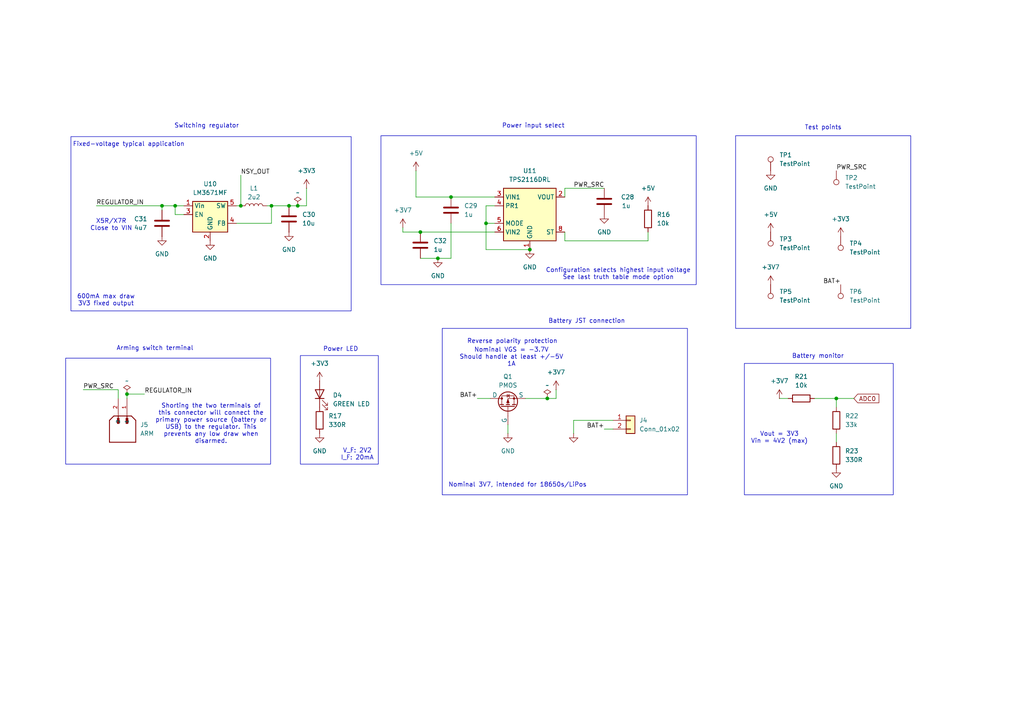
<source format=kicad_sch>
(kicad_sch (version 20231120) (generator "eeschema") (generator_version "8.0")
  (paper "A4")
  (title_block (title "Pygmy") (date "2024-11-13") (rev "A") (company "Matteo Golin"))
  (lib_symbols
    (symbol "1726480102:Minifit-JR-2pos" (pin_names (offset 1.016))
      (property "Reference" "J" (at 0 3.81 0))
      (property "Value" "Minifit-JR-2pos" (at 0 -7.62 0))
      (symbol "Minifit-JR-2pos_0_0"
        (polyline (pts (xy 0 -3.81) (xy 1.27 -5.08)) (stroke (width 0.254)))
        (polyline (pts (xy 0 -2.54) (xy 1.905 -2.54)) (stroke (width 0.254)))
        (polyline (pts (xy 0 0) (xy 0 -3.81)) (stroke (width 0.254)))
        (polyline (pts (xy 0 0) (xy 1.905 0)) (stroke (width 0.254)))
        (polyline (pts (xy 0 1.27) (xy 0 0)) (stroke (width 0.254)))
        (polyline (pts (xy 0 1.27) (xy 1.27 2.54)) (stroke (width 0.254)))
        (polyline (pts (xy 1.27 -5.08) (xy 7.62 -5.08)) (stroke (width 0.254)))
        (polyline (pts (xy 7.62 -5.08) (xy 7.62 2.54)) (stroke (width 0.254)))
        (polyline (pts (xy 7.62 2.54) (xy 1.27 2.54)) (stroke (width 0.254)))
        (rectangle (start 0.635 -2.8575) (end 2.2225 -2.2225) (stroke (width 0.1)) (fill (type outline)))
        (rectangle (start 0.635 -0.3175) (end 2.2225 0.3175) (stroke (width 0.1)) (fill (type outline)))
        (pin passive line (at -5.08 0 0) (length 5.08) (name "1") (number "1"))
        (pin passive line (at -5.08 -2.54 0) (length 5.08) (name "2") (number "2"))
      )
    )
    (symbol "Connector:TestPoint" (pin_numbers hide) (pin_names (offset 0.762) hide)
      (property "Reference" "TP" (at 0 6.858 0))
      (property "Value" "TestPoint" (at 0 5.08 0))
      (symbol "TestPoint_0_1"
        (circle (center 0 3.302) (radius 0.762))
      )
      (symbol "TestPoint_1_1"
        (pin passive line (at 0 0 90) (length 2.54) (name "1") (number "1"))
      )
    )
    (symbol "Connector_Generic:Conn_01x02" (pin_names (offset 1.016) hide)
      (property "Reference" "J" (at 0 2.54 0))
      (property "Value" "Conn_01x02" (at 0 -5.08 0))
      (symbol "Conn_01x02_1_1"
        (rectangle (start -1.27 -2.413) (end 0 -2.667) (stroke (width 0.1524)))
        (rectangle (start -1.27 0.127) (end 0 -0.127) (stroke (width 0.1524)))
        (rectangle (start -1.27 1.27) (end 1.27 -3.81) (stroke (width 0.254)) (fill (type background)))
        (pin passive line (at -5.08 0 0) (length 3.81) (name "Pin_1") (number "1"))
        (pin passive line (at -5.08 -2.54 0) (length 3.81) (name "Pin_2") (number "2"))
      )
    )
    (symbol "Device:C" (pin_numbers hide) (pin_names (offset 0.254))
      (property "Reference" "C" (at 0.635 2.54 0))
      (property "Value" "C" (at 0.635 -2.54 0))
      (symbol "C_0_1"
        (polyline (pts (xy -2.032 -0.762) (xy 2.032 -0.762)) (stroke (width 0.508)))
        (polyline (pts (xy -2.032 0.762) (xy 2.032 0.762)) (stroke (width 0.508)))
      )
      (symbol "C_1_1"
        (pin passive line (at 0 3.81 270) (length 2.794) (name "~") (number "1"))
        (pin passive line (at 0 -3.81 90) (length 2.794) (name "~") (number "2"))
      )
    )
    (symbol "Device:L" (pin_numbers hide) (pin_names (offset 1.016) hide)
      (property "Reference" "L" (at -1.27 0 90))
      (property "Value" "L" (at 1.905 0 90))
      (symbol "L_0_1"
        (arc (start 0 -2.54) (mid 0.6323 -1.905) (end 0 -1.27))
        (arc (start 0 -1.27) (mid 0.6323 -0.635) (end 0 0))
        (arc (start 0 0) (mid 0.6323 0.635) (end 0 1.27))
        (arc (start 0 1.27) (mid 0.6323 1.905) (end 0 2.54))
      )
      (symbol "L_1_1"
        (pin passive line (at 0 3.81 270) (length 1.27) (name "1") (number "1"))
        (pin passive line (at 0 -3.81 90) (length 1.27) (name "2") (number "2"))
      )
    )
    (symbol "Device:LED" (pin_numbers hide) (pin_names (offset 1.016) hide)
      (property "Reference" "D" (at 0 2.54 0))
      (property "Value" "LED" (at 0 -2.54 0))
      (symbol "LED_0_1"
        (polyline (pts (xy -1.27 -1.27) (xy -1.27 1.27)) (stroke (width 0.254)))
        (polyline (pts (xy -1.27 0) (xy 1.27 0)))
        (polyline (pts (xy 1.27 -1.27) (xy 1.27 1.27) (xy -1.27 0) (xy 1.27 -1.27)) (stroke (width 0.254)))
        (polyline (pts (xy -3.048 -0.762) (xy -4.572 -2.286) (xy -3.81 -2.286) (xy -4.572 -2.286) (xy -4.572 -1.524)))
        (polyline (pts (xy -1.778 -0.762) (xy -3.302 -2.286) (xy -2.54 -2.286) (xy -3.302 -2.286) (xy -3.302 -1.524)))
      )
      (symbol "LED_1_1"
        (pin passive line (at -3.81 0 0) (length 2.54) (name "K") (number "1"))
        (pin passive line (at 3.81 0 180) (length 2.54) (name "A") (number "2"))
      )
    )
    (symbol "Device:R" (pin_numbers hide) (pin_names (offset 0))
      (property "Reference" "R" (at 2.032 0 90))
      (property "Value" "R" (at 0 0 90))
      (symbol "R_0_1"
        (rectangle (start -1.016 -2.54) (end 1.016 2.54) (stroke (width 0.254)))
      )
      (symbol "R_1_1"
        (pin passive line (at 0 3.81 270) (length 1.27) (name "~") (number "1"))
        (pin passive line (at 0 -3.81 90) (length 1.27) (name "~") (number "2"))
      )
    )
    (symbol "Power_Management:TPS2116DRL"
      (property "Reference" "U" (at -7.874 9.144 0))
      (property "Value" "TPS2116DRL" (at 0.508 -8.89 0))
      (symbol "TPS2116DRL_0_1"
        (rectangle (start -7.62 7.62) (end 7.62 -7.62) (stroke (width 0.254)) (fill (type background)))
      )
      (symbol "TPS2116DRL_1_0"
        (pin power_out line (at 10.16 5.08 180) (length 2.54) hide (name "VOUT") (number "7"))
      )
      (symbol "TPS2116DRL_1_1"
        (pin power_in line (at 0 -10.16 90) (length 2.54) (name "GND") (number "1"))
        (pin power_out line (at 10.16 5.08 180) (length 2.54) (name "VOUT") (number "2"))
        (pin power_in line (at -10.16 5.08 0) (length 2.54) (name "VIN1") (number "3"))
        (pin input line (at -10.16 2.54 0) (length 2.54) (name "PR1") (number "4"))
        (pin input line (at -10.16 -2.54 0) (length 2.54) (name "MODE") (number "5"))
        (pin power_in line (at -10.16 -5.08 0) (length 2.54) (name "VIN2") (number "6"))
        (pin open_collector line (at 10.16 -5.08 180) (length 2.54) (name "ST") (number "8"))
      )
    )
    (symbol "Regulator_Switching:LM3670MF"
      (property "Reference" "U" (at -5.08 5.08 0))
      (property "Value" "LM3670MF" (at 0 5.08 0))
      (symbol "LM3670MF_0_1"
        (rectangle (start -5.08 3.81) (end 5.08 -5.08) (stroke (width 0.254)) (fill (type background)))
      )
      (symbol "LM3670MF_1_1"
        (pin power_in line (at -7.62 2.54 0) (length 2.54) (name "Vin") (number "1"))
        (pin power_in line (at 0 -7.62 90) (length 2.54) (name "GND") (number "2"))
        (pin input line (at -7.62 0 0) (length 2.54) (name "EN") (number "3"))
        (pin input line (at 7.62 -2.54 180) (length 2.54) (name "FB") (number "4"))
        (pin input line (at 7.62 2.54 180) (length 2.54) (name "SW") (number "5"))
      )
    )
    (symbol "Simulation_SPICE:PMOS" (pin_numbers hide) (pin_names (offset 0))
      (property "Reference" "Q1" (at 8.89 0 90))
      (property "Value" "PMOS" (at 6.35 0 90))
      (symbol "PMOS_0_1"
        (polyline (pts (xy 0.254 0) (xy -2.54 0)))
        (polyline (pts (xy 0.254 1.905) (xy 0.254 -1.905)) (stroke (width 0.254)))
        (polyline (pts (xy 0.762 -1.27) (xy 0.762 -2.286)) (stroke (width 0.254)))
        (polyline (pts (xy 0.762 0.508) (xy 0.762 -0.508)) (stroke (width 0.254)))
        (polyline (pts (xy 0.762 2.286) (xy 0.762 1.27)) (stroke (width 0.254)))
        (polyline (pts (xy 2.54 2.54) (xy 2.54 1.778)))
        (polyline (pts (xy 2.54 -2.54) (xy 2.54 0) (xy 0.762 0)))
        (polyline (pts (xy 0.762 1.778) (xy 3.302 1.778) (xy 3.302 -1.778) (xy 0.762 -1.778)))
        (polyline (pts (xy 2.286 0) (xy 1.27 0.381) (xy 1.27 -0.381) (xy 2.286 0)) (fill (type outline)))
        (polyline (pts (xy 2.794 -0.508) (xy 2.921 -0.381) (xy 3.683 -0.381) (xy 3.81 -0.254)))
        (polyline (pts (xy 3.302 -0.381) (xy 2.921 0.254) (xy 3.683 0.254) (xy 3.302 -0.381)))
        (circle (center 1.651 0) (radius 2.794) (stroke (width 0.254)))
        (circle (center 2.54 -1.778) (radius 0.254) (fill (type outline)))
        (circle (center 2.54 1.778) (radius 0.254) (fill (type outline)))
      )
      (symbol "PMOS_1_1"
        (pin input line (at -5.08 0 0) (length 2.54) (name "G") (number "1"))
        (pin passive line (at 2.54 -5.08 90) (length 2.54) (name "S") (number "2"))
        (pin passive line (at 2.54 5.08 270) (length 2.54) (name "D") (number "3"))
      )
    )
    (symbol "power:+3V3" (power) (pin_numbers hide) (pin_names (offset 0) hide)
      (property "Value" "+3V3" (at 0 3.556 0))
      (symbol "+3V3_0_1"
        (polyline (pts (xy -0.762 1.27) (xy 0 2.54)))
        (polyline (pts (xy 0 0) (xy 0 2.54)))
        (polyline (pts (xy 0 2.54) (xy 0.762 1.27)))
      )
      (symbol "+3V3_1_1"
        (pin power_in line (at 0 0 90) (length 0) (name "~") (number "1"))
      )
    )
    (symbol "power:+5V" (power) (pin_numbers hide) (pin_names (offset 0) hide)
      (property "Value" "+5V" (at 0 3.556 0))
      (symbol "+5V_0_1"
        (polyline (pts (xy -0.762 1.27) (xy 0 2.54)))
        (polyline (pts (xy 0 0) (xy 0 2.54)))
        (polyline (pts (xy 0 2.54) (xy 0.762 1.27)))
      )
      (symbol "+5V_1_1"
        (pin power_in line (at 0 0 90) (length 0) (name "~") (number "1"))
      )
    )
    (symbol "power:GND" (power) (pin_numbers hide) (pin_names (offset 0) hide)
      (property "Value" "GND" (at 0 -3.81 0))
      (symbol "GND_0_1"
        (polyline (pts (xy 0 0) (xy 0 -1.27) (xy 1.27 -1.27) (xy 0 -2.54) (xy -1.27 -1.27) (xy 0 -1.27)))
      )
      (symbol "GND_1_1"
        (pin power_in line (at 0 0 270) (length 0) (name "~") (number "1"))
      )
    )
    (symbol "power:PWR_FLAG" (power) (pin_numbers hide) (pin_names (offset 0) hide)
      (property "Value" "PWR_FLAG" (at 0 3.81 0))
      (symbol "PWR_FLAG_0_0"
        (pin power_out line (at 0 0 90) (length 0) (name "~") (number "1"))
      )
      (symbol "PWR_FLAG_0_1"
        (polyline (pts (xy 0 0) (xy 0 1.27) (xy -1.016 1.905) (xy 0 2.54) (xy 1.016 1.905) (xy 0 1.27)))
      )
    )
  )
  (junction (at 140.97 64.77))
  (junction (at 69.85 59.69))
  (junction (at 36.83 114.3))
  (junction (at 86.36 59.69))
  (junction (at 153.67 72.39))
  (junction (at 130.81 57.15))
  (junction (at 121.92 67.31))
  (junction (at 83.82 59.69))
  (junction (at 242.57 115.57))
  (junction (at 46.99 59.69))
  (junction (at 127 74.93))
  (junction (at 50.8 59.69))
  (junction (at 78.74 59.69))
  (junction (at 158.75 115.57))
  (wire (pts (xy 46.99 59.69) (xy 46.99 60.96)))
  (wire (pts (xy 116.84 66.04) (xy 116.84 67.31)))
  (wire (pts (xy 140.97 64.77) (xy 140.97 72.39)))
  (wire (pts (xy 127 74.93) (xy 121.92 74.93)))
  (wire (pts (xy 36.83 114.3) (xy 41.91 114.3)))
  (wire (pts (xy 163.83 54.61) (xy 163.83 57.15)))
  (wire (pts (xy 69.85 50.8) (xy 69.85 59.69)))
  (wire (pts (xy 187.96 69.85) (xy 187.96 67.31)))
  (wire (pts (xy 130.81 57.15) (xy 143.51 57.15)))
  (wire (pts (xy 242.57 115.57) (xy 247.65 115.57)))
  (wire (pts (xy 50.8 59.69) (xy 53.34 59.69)))
  (wire (pts (xy 78.74 59.69) (xy 78.74 64.77)))
  (wire (pts (xy 130.81 74.93) (xy 127 74.93)))
  (wire (pts (xy 34.29 113.03) (xy 34.29 115.57)))
  (wire (pts (xy 46.99 59.69) (xy 50.8 59.69)))
  (wire (pts (xy 78.74 59.69) (xy 83.82 59.69)))
  (wire (pts (xy 83.82 59.69) (xy 86.36 59.69)))
  (wire (pts (xy 166.37 121.92) (xy 166.37 125.73)))
  (wire (pts (xy 27.94 59.69) (xy 46.99 59.69)))
  (wire (pts (xy 140.97 59.69) (xy 140.97 64.77)))
  (wire (pts (xy 121.92 67.31) (xy 143.51 67.31)))
  (wire (pts (xy 163.83 69.85) (xy 163.83 67.31)))
  (wire (pts (xy 120.65 57.15) (xy 130.81 57.15)))
  (wire (pts (xy 69.85 59.69) (xy 68.58 59.69)))
  (wire (pts (xy 86.36 59.69) (xy 88.9 59.69)))
  (wire (pts (xy 236.22 115.57) (xy 242.57 115.57)))
  (wire (pts (xy 34.29 113.03) (xy 24.13 113.03)))
  (wire (pts (xy 166.37 121.92) (xy 177.8 121.92)))
  (wire (pts (xy 140.97 72.39) (xy 153.67 72.39)))
  (wire (pts (xy 161.29 113.03) (xy 161.29 115.57)))
  (wire (pts (xy 130.81 64.77) (xy 130.81 74.93)))
  (wire (pts (xy 163.83 54.61) (xy 175.26 54.61)))
  (wire (pts (xy 175.26 124.46) (xy 177.8 124.46)))
  (wire (pts (xy 147.32 125.73) (xy 147.32 123.19)))
  (wire (pts (xy 143.51 59.69) (xy 140.97 59.69)))
  (wire (pts (xy 88.9 54.61) (xy 88.9 59.69)))
  (wire (pts (xy 68.58 64.77) (xy 78.74 64.77)))
  (wire (pts (xy 78.74 59.69) (xy 77.47 59.69)))
  (wire (pts (xy 161.29 115.57) (xy 158.75 115.57)))
  (wire (pts (xy 36.83 114.3) (xy 36.83 115.57)))
  (wire (pts (xy 226.06 115.57) (xy 228.6 115.57)))
  (wire (pts (xy 242.57 125.73) (xy 242.57 128.27)))
  (wire (pts (xy 242.57 115.57) (xy 242.57 118.11)))
  (wire (pts (xy 163.83 69.85) (xy 187.96 69.85)))
  (wire (pts (xy 53.34 62.23) (xy 50.8 62.23)))
  (wire (pts (xy 142.24 115.57) (xy 138.43 115.57)))
  (wire (pts (xy 120.65 49.53) (xy 120.65 57.15)))
  (wire (pts (xy 116.84 67.31) (xy 121.92 67.31)))
  (wire (pts (xy 50.8 62.23) (xy 50.8 59.69)))
  (wire (pts (xy 158.75 115.57) (xy 152.4 115.57)))
  (wire (pts (xy 143.51 64.77) (xy 140.97 64.77)))
  (rectangle (start 87.122 103.124) (end 109.728 134.62))
  (rectangle (start 20.574 39.624) (end 101.854 90.17))
  (rectangle (start 128.27 95.25) (end 199.39 143.51))
  (rectangle (start 215.9 105.41) (end 259.08 143.51))
  (rectangle (start 110.49 39.37) (end 201.93 82.55))
  (rectangle (start 19.05 103.886) (end 78.486 134.62))
  (rectangle (start 213.36 39.37) (end 264.16 95.25))
  (text "Arming switch terminal" (at 44.958 101.092 0) (effects (font (size 1.27 1.27))))
  (text "V_F: 2V2\nI_F: 20mA" (at 103.632 131.826 0) (effects (font (size 1.27 1.27))))
  (text "Switching regulator" (at 59.944 36.576 0) (effects (font (size 1.27 1.27))))
  (text "Nominal VGS = -3.7V\nShould handle at least +/-5V\n1A" (at 148.336 103.632 0) (effects (font (size 1.27 1.27))))
  (text "Configuration selects highest input voltage\nSee last truth table mode option" (at 179.324 79.502 0) (effects (font (size 1.27 1.27))))
  (text "Vout = 3V3\nVin = 4V2 (max)" (at 226.06 127 0) (effects (font (size 1.27 1.27))))
  (text "Shorting the two terminals of\nthis connector will connect the\nprimary power source (battery or\nUSB) to the regulator. This\nprevents any low draw when\ndisarmed." (at 61.214 122.936 0) (effects (font (size 1.27 1.27))))
  (text "600mA max draw\n3V3 fixed output" (at 30.734 87.122 0) (effects (font (size 1.27 1.27))))
  (text "Nominal 3V7, intended for 18650s/LiPos" (at 150.114 140.716 0) (effects (font (size 1.27 1.27))))
  (text "Fixed-voltage typical application" (at 37.338 41.91 0) (effects (font (size 1.27 1.27))))
  (text "Test points" (at 238.76 37.084 0) (effects (font (size 1.27 1.27))))
  (text "Power input select" (at 154.686 36.576 0) (effects (font (size 1.27 1.27))))
  (text "X5R/X7R\nClose to VIN" (at 32.258 65.278 0) (effects (font (size 1.27 1.27))))
  (text "Battery JST connection" (at 170.18 93.218 0) (effects (font (size 1.27 1.27))))
  (text "Power LED" (at 98.806 101.346 0) (effects (font (size 1.27 1.27))))
  (text "Reverse polarity protection" (at 148.59 99.06 0) (effects (font (size 1.27 1.27))))
  (text "Battery monitor" (at 237.236 103.378 0) (effects (font (size 1.27 1.27))))
  (label "PWR_SRC" (at 175.26 54.61 180))
  (label "PWR_SRC" (at 242.57 49.53 0))
  (label "REGULATOR_IN" (at 41.91 114.3 0))
  (label "NSY_OUT" (at 69.85 50.8 0))
  (label "BAT+" (at 138.43 115.57 180))
  (label "REGULATOR_IN" (at 27.94 59.69 0))
  (label "BAT+" (at 175.26 124.46 180))
  (label "PWR_SRC" (at 24.13 113.03 0))
  (label "BAT+" (at 243.84 82.55 180))
  (global_label "ADC0" (shape input) (at 247.65 115.57 0) (property "Intersheetrefs" "${INTERSHEET_REFS}" (effects (hide yes))))
  (symbol (lib_id "power:GND") (at 242.57 135.89 0) (unit 1)
    (property "Reference" "#PWR081" (effects (hide yes)))
    (property "Value" "GND" (at 242.57 140.97 0))
    (property "Description" "Power symbol creates a global label with name \"GND\" , ground" (effects (hide yes)))
  )
  (symbol (lib_id "power:GND") (at 83.82 67.31 0) (unit 1)
    (property "Reference" "#PWR068" (effects (hide yes)))
    (property "Value" "GND" (at 83.82 72.39 0))
    (property "Description" "Power symbol creates a global label with name \"GND\" , ground" (effects (hide yes)))
  )
  (symbol (lib_id "Connector:TestPoint") (at 223.52 67.31 180) (unit 1)
    (property "Reference" "TP3" (at 226.06 69.3419 0) (effects (justify right)))
    (property "Value" "TestPoint" (at 226.06 71.8819 0) (effects (justify right)))
    (property "Footprint" "TestPoint:TestPoint_Pad_D1.0mm" (effects (hide yes)))
    (property "Description" "test point" (effects (hide yes)))
  )
  (symbol (lib_id "power:GND") (at 175.26 62.23 0) (unit 1)
    (property "Reference" "#PWR066" (effects (hide yes)))
    (property "Value" "GND" (at 175.26 67.31 0))
    (property "Description" "Power symbol creates a global label with name \"GND\" , ground" (effects (hide yes)))
  )
  (symbol (lib_id "power:PWR_FLAG") (at 158.75 115.57 0) (unit 1)
    (property "Reference" "#FLG04" (effects (hide yes)))
    (property "Value" "~" (at 158.75 111.76 0))
    (property "Description" "Special symbol for telling ERC where power comes from" (effects (hide yes)))
  )
  (symbol (lib_id "Device:R") (at 242.57 132.08 0) (unit 1)
    (property "Reference" "R23" (at 245.11 130.8099 0) (effects (justify left)))
    (property "Value" "330R" (at 245.11 133.3499 0) (effects (justify left)))
    (property "Footprint" "Resistor_SMD:R_0402_1005Metric" (effects (hide yes)))
    (property "Datasheet" "https://www.we-online.com/components/products/datasheet/560112110231.pdf" (effects (hide yes)))
    (property "Description" "Resistor" (effects (hide yes)))
    (property "MP" "560112110231" (effects (hide yes)))
  )
  (symbol (lib_id "Connector:TestPoint") (at 243.84 82.55 180) (unit 1)
    (property "Reference" "TP6" (at 246.38 84.5819 0) (effects (justify right)))
    (property "Value" "TestPoint" (at 246.38 87.1219 0) (effects (justify right)))
    (property "Footprint" "TestPoint:TestPoint_Pad_D1.5mm" (effects (hide yes)))
    (property "Description" "test point" (effects (hide yes)))
  )
  (symbol (lib_id "Device:R") (at 242.57 121.92 0) (unit 1)
    (property "Reference" "R22" (at 245.11 120.6499 0) (effects (justify left)))
    (property "Value" "33k" (at 245.11 123.1899 0) (effects (justify left)))
    (property "Footprint" "Resistor_SMD:R_0402_1005Metric" (effects (hide yes)))
    (property "Datasheet" "https://www.mouser.ca/datasheet/2/210/ASC_MR-3314715.pdf" (effects (hide yes)))
    (property "Description" "Resistor" (effects (hide yes)))
    (property "MP" "MR04X3302FTL" (effects (hide yes)))
  )
  (symbol (lib_id "1726480102:Minifit-JR-2pos") (at 36.83 120.65 270) (unit 1)
    (property "Reference" "J5" (at 40.64 123.1899 90) (effects (justify left)))
    (property "Value" "ARM" (at 40.64 125.7299 90) (effects (justify left)))
    (property "Footprint" "TerminalBlock_Phoenix:TerminalBlock_Phoenix_MPT-0,5-2-2.54_1x02_P2.54mm_Horizontal" (effects (hide yes)))
    (property "Datasheet" "https://www.phoenixcontact.com/us/products/1725656/pdf" (effects (hide yes)))
    (property "PARTREV" "A2" (effects (hide yes)))
    (property "STANDARD" "Manufacturer Recommendations" (effects (hide yes)))
    (property "MAXIMUM_PACKAGE_HEIGHT" "7.20mm" (effects (hide yes)))
    (property "MANUFACTURER" "Molex" (effects (hide yes)))
    (property "MP" "1725656" (effects (hide yes)))
  )
  (symbol (lib_id "Simulation_SPICE:PMOS") (at 147.32 118.11 90) (unit 1)
    (property "Reference" "Q1" (at 147.32 109.22 90))
    (property "Value" "PMOS" (at 147.32 111.76 90))
    (property "Footprint" "Package_TO_SOT_SMD:SOT-23-3" (effects (hide yes)))
    (property "Datasheet" "https://www.vishay.com/doc?67690" (effects (hide yes)))
    (property "Description" "P-MOSFET transistor, drain/source/gate" (effects (hide yes)))
    (property "Sim.Device" "PMOS" (effects (hide yes)))
    (property "Sim.Type" "VDMOS" (effects (hide yes)))
    (property "Sim.Pins" "1=G 2=S 3=D" (effects (hide yes)))
    (property "MP" "SI2329DS-T1-GE3" (effects (hide yes)))
  )
  (symbol (lib_id "power:+3V3") (at 92.71 110.49 0) (unit 1)
    (property "Reference" "#PWR073" (effects (hide yes)))
    (property "Value" "+3V3" (at 92.71 105.41 0))
    (property "Description" "Power symbol creates a global label with name \"+3V3\"" (effects (hide yes)))
  )
  (symbol (lib_id "Device:R") (at 187.96 63.5 0) (unit 1)
    (property "Reference" "R16" (at 190.5 62.2299 0) (effects (justify left)))
    (property "Value" "10k" (at 190.5 64.7699 0) (effects (justify left)))
    (property "Footprint" "Resistor_SMD:R_0402_1005Metric" (effects (hide yes)))
    (property "Datasheet" "https://www.rohm.com/datasheet?p=SFR01MZPJ&dist=Mouser&media=referral&source=mouser.com&campaign=Mouser" (effects (hide yes)))
    (property "Description" "Resistor" (effects (hide yes)))
    (property "MP" "SFR01MZPJ103" (effects (hide yes)))
  )
  (symbol (lib_id "Device:C") (at 46.99 64.77 0) (unit 1)
    (property "Reference" "C31" (at 38.862 63.5 0) (effects (justify left)))
    (property "Value" "4u7" (at 38.862 66.04 0) (effects (justify left)))
    (property "Footprint" "Capacitor_SMD:C_0603_1608Metric" (effects (hide yes)))
    (property "Datasheet" "https://product.tdk.com/system/files/dam/doc/product/capacitor/ceramic/mlcc/catalog/mlcc_automotive_general_en.pdf?ref_disty=mouser" (effects (hide yes)))
    (property "Description" "Unpolarized capacitor" (effects (hide yes)))
    (property "MP" "CGA3E1X5R0J475K080AC" (effects (hide yes)))
  )
  (symbol (lib_id "Power_Management:TPS2116DRL") (at 153.67 62.23 0) (unit 1)
    (property "Reference" "U11" (at 153.67 49.53 0))
    (property "Value" "TPS2116DRL" (at 153.67 52.07 0))
    (property "Footprint" "Package_TO_SOT_SMD:SOT-583-8" (effects (hide yes)))
    (property "Datasheet" "https://www.ti.com/lit/ds/symlink/tps2116.pdf" (effects (hide yes)))
    (property "Description" "2 Channnels Power Mux with Manual and Priority Switchover, 1.6-5.5V Input Voltage, 2.5A Output Current, Ron 40 mOhm, SOT-583-8" (effects (hide yes)))
    (property "MP" "TPS2116DRLR" (effects (hide yes)))
  )
  (symbol (lib_id "power:+3V3") (at 161.29 113.03 0) (unit 1)
    (property "Reference" "#PWR077" (effects (hide yes)))
    (property "Value" "+3V7" (at 161.29 107.95 0))
    (property "Description" "Power symbol creates a global label with name \"+3V3\"" (effects (hide yes)))
  )
  (symbol (lib_id "power:GND") (at 92.71 125.73 0) (unit 1)
    (property "Reference" "#PWR074" (effects (hide yes)))
    (property "Value" "GND" (at 92.71 130.81 0))
    (property "Description" "Power symbol creates a global label with name \"GND\" , ground" (effects (hide yes)))
  )
  (symbol (lib_id "Device:R") (at 92.71 121.92 0) (unit 1)
    (property "Reference" "R17" (at 95.25 120.6499 0) (effects (justify left)))
    (property "Value" "330R" (at 95.25 123.1899 0) (effects (justify left)))
    (property "Footprint" "Resistor_SMD:R_0402_1005Metric" (effects (hide yes)))
    (property "Datasheet" "https://www.we-online.com/components/products/datasheet/560112110231.pdf" (effects (hide yes)))
    (property "Description" "Resistor" (effects (hide yes)))
    (property "MP" "560112110231" (effects (hide yes)))
  )
  (symbol (lib_id "power:GND") (at 46.99 68.58 0) (unit 1)
    (property "Reference" "#PWR069" (effects (hide yes)))
    (property "Value" "GND" (at 46.99 73.66 0))
    (property "Description" "Power symbol creates a global label with name \"GND\" , ground" (effects (hide yes)))
  )
  (symbol (lib_id "Connector:TestPoint") (at 223.52 82.55 180) (unit 1)
    (property "Reference" "TP5" (at 226.06 84.5819 0) (effects (justify right)))
    (property "Value" "TestPoint" (at 226.06 87.1219 0) (effects (justify right)))
    (property "Footprint" "TestPoint:TestPoint_Pad_D1.5mm" (effects (hide yes)))
    (property "Description" "test point" (effects (hide yes)))
  )
  (symbol (lib_id "power:GND") (at 153.67 72.39 0) (unit 1)
    (property "Reference" "#PWR071" (effects (hide yes)))
    (property "Value" "GND" (at 153.67 77.47 0))
    (property "Description" "Power symbol creates a global label with name \"GND\" , ground" (effects (hide yes)))
  )
  (symbol (lib_id "Connector_Generic:Conn_01x02") (at 182.88 121.92 0) (unit 1)
    (property "Reference" "J4" (at 185.42 121.9199 0) (effects (justify left)))
    (property "Value" "Conn_01x02" (at 185.42 124.4599 0) (effects (justify left)))
    (property "Footprint" "Connector_JST:JST_PH_S2B-PH-K_1x02_P2.00mm_Horizontal" (effects (hide yes)))
    (property "Datasheet" "https://www.mouser.ca/datasheet/2/564/ePH-3433490.pdf" (effects (hide yes)))
    (property "Description" "Generic connector, single row, 01x02, script generated (kicad-library-utils/schlib/autogen/connector/)" (effects (hide yes)))
    (property "MP" "S2B-PH-K-S(LF)(SN)(PP)" (effects (hide yes)))
  )
  (symbol (lib_id "power:+5V") (at 187.96 59.69 0) (unit 1)
    (property "Reference" "#PWR065" (effects (hide yes)))
    (property "Value" "+5V" (at 187.96 54.61 0))
    (property "Description" "Power symbol creates a global label with name \"+5V\"" (effects (hide yes)))
  )
  (symbol (lib_id "power:GND") (at 127 74.93 0) (unit 1)
    (property "Reference" "#PWR072" (effects (hide yes)))
    (property "Value" "GND" (at 127 80.01 0))
    (property "Description" "Power symbol creates a global label with name \"GND\" , ground" (effects (hide yes)))
  )
  (symbol (lib_id "power:+3V3") (at 223.52 82.55 0) (unit 1)
    (property "Reference" "#PWR078" (effects (hide yes)))
    (property "Value" "+3V7" (at 223.52 77.47 0))
    (property "Description" "Power symbol creates a global label with name \"+3V3\"" (effects (hide yes)))
  )
  (symbol (lib_id "power:+5V") (at 120.65 49.53 0) (unit 1)
    (property "Reference" "#PWR062" (effects (hide yes)))
    (property "Value" "+5V" (at 120.65 44.45 0))
    (property "Description" "Power symbol creates a global label with name \"+5V\"" (effects (hide yes)))
  )
  (symbol (lib_id "Device:L") (at 73.66 59.69 90) (unit 1)
    (property "Reference" "L1" (at 73.66 54.61 90))
    (property "Value" "2u2" (at 73.66 57.15 90))
    (property "Footprint" "LPO3310-222MLC:LPO3310222MLC" (effects (hide yes)))
    (property "Datasheet" "https://www.mouser.ca/datasheet/2/597/lpo3310-463438.pdf" (effects (hide yes)))
    (property "Description" "Inductor" (effects (hide yes)))
    (property "MP" "LPO3310-222MLC" (effects (hide yes)))
  )
  (symbol (lib_id "power:+3V3") (at 88.9 54.61 0) (unit 1)
    (property "Reference" "#PWR064" (effects (hide yes)))
    (property "Value" "+3V3" (at 88.9 49.53 0))
    (property "Description" "Power symbol creates a global label with name \"+3V3\"" (effects (hide yes)))
  )
  (symbol (lib_id "Device:R") (at 232.41 115.57 270) (unit 1)
    (property "Reference" "R21" (at 232.41 109.22 90))
    (property "Value" "10k" (at 232.41 111.76 90))
    (property "Footprint" "Resistor_SMD:R_0402_1005Metric" (effects (hide yes)))
    (property "Datasheet" "https://www.rohm.com/datasheet?p=SFR01MZPJ&dist=Mouser&media=referral&source=mouser.com&campaign=Mouser" (effects (hide yes)))
    (property "Description" "Resistor" (effects (hide yes)))
    (property "MP" "SFR01MZPJ103" (effects (hide yes)))
  )
  (symbol (lib_id "power:GND") (at 60.96 69.85 0) (unit 1)
    (property "Reference" "#PWR070" (effects (hide yes)))
    (property "Value" "GND" (at 60.96 74.93 0))
    (property "Description" "Power symbol creates a global label with name \"GND\" , ground" (effects (hide yes)))
  )
  (symbol (lib_id "Device:LED") (at 92.71 114.3 90) (unit 1)
    (property "Reference" "D4" (at 96.52 114.6174 90) (effects (justify right)))
    (property "Value" "GREEN LED" (at 96.52 117.1574 90) (effects (justify right)))
    (property "Footprint" "LED_SMD:LED_0805_2012Metric" (effects (hide yes)))
    (property "Description" "Light emitting diode" (effects (hide yes)))
    (property "MP" "HSMG-C170" (effects (hide yes)))
  )
  (symbol (lib_id "Connector:TestPoint") (at 243.84 68.58 180) (unit 1)
    (property "Reference" "TP4" (at 246.38 70.6119 0) (effects (justify right)))
    (property "Value" "TestPoint" (at 246.38 73.1519 0) (effects (justify right)))
    (property "Footprint" "TestPoint:TestPoint_Pad_D1.5mm" (effects (hide yes)))
    (property "Description" "test point" (effects (hide yes)))
  )
  (symbol (lib_id "power:+5V") (at 223.52 67.31 0) (unit 1)
    (property "Reference" "#PWR079" (effects (hide yes)))
    (property "Value" "+5V" (at 223.52 62.23 0))
    (property "Description" "Power symbol creates a global label with name \"+5V\"" (effects (hide yes)))
  )
  (symbol (lib_id "Connector:TestPoint") (at 223.52 49.53 0) (unit 1)
    (property "Reference" "TP1" (at 226.06 44.9579 0) (effects (justify left)))
    (property "Value" "TestPoint" (at 226.06 47.4979 0) (effects (justify left)))
    (property "Footprint" "TestPoint:TestPoint_Pad_D1.5mm" (effects (hide yes)))
    (property "Description" "test point" (effects (hide yes)))
  )
  (symbol (lib_id "Device:C") (at 130.81 60.96 0) (unit 1)
    (property "Reference" "C29" (at 134.62 59.6899 0) (effects (justify left)))
    (property "Value" "1u" (at 134.62 62.2299 0) (effects (justify left)))
    (property "Footprint" "Capacitor_SMD:C_0603_1608Metric" (effects (hide yes)))
    (property "Datasheet" "https://www.mouser.ca/datasheet/2/40/KGM_X7R-3223212.pdf" (effects (hide yes)))
    (property "Description" "Unpolarized capacitor" (effects (hide yes)))
    (property "MP" "06036C105MAT2A" (effects (hide yes)))
  )
  (symbol (lib_id "Device:C") (at 121.92 71.12 0) (unit 1)
    (property "Reference" "C32" (at 125.73 69.8499 0) (effects (justify left)))
    (property "Value" "1u" (at 125.73 72.3899 0) (effects (justify left)))
    (property "Footprint" "Capacitor_SMD:C_0603_1608Metric" (effects (hide yes)))
    (property "Datasheet" "https://www.mouser.ca/datasheet/2/40/KGM_X7R-3223212.pdf" (effects (hide yes)))
    (property "Description" "Unpolarized capacitor" (effects (hide yes)))
    (property "MP" "06036C105MAT2A" (effects (hide yes)))
  )
  (symbol (lib_id "power:GND") (at 166.37 125.73 0) (unit 1)
    (property "Reference" "#PWR061" (effects (hide yes)))
    (property "Value" "GND" (effects (hide yes)))
    (property "Description" "Power symbol creates a global label with name \"GND\" , ground" (effects (hide yes)))
  )
  (symbol (lib_id "power:PWR_FLAG") (at 86.36 59.69 0) (unit 1)
    (property "Reference" "#FLG02" (effects (hide yes)))
    (property "Value" "~" (at 86.36 55.88 0))
    (property "Description" "Special symbol for telling ERC where power comes from" (effects (hide yes)))
  )
  (symbol (lib_id "power:PWR_FLAG") (at 36.83 114.3 0) (unit 1)
    (property "Reference" "#FLG03" (effects (hide yes)))
    (property "Value" "~" (at 36.83 110.49 0))
    (property "Description" "Special symbol for telling ERC where power comes from" (effects (hide yes)))
  )
  (symbol (lib_id "Device:C") (at 175.26 58.42 0) (unit 1)
    (property "Reference" "C28" (at 180.086 57.15 0) (effects (justify left)))
    (property "Value" "1u" (at 180.34 59.69 0) (effects (justify left)))
    (property "Footprint" "Capacitor_SMD:C_0603_1608Metric" (effects (hide yes)))
    (property "Datasheet" "https://www.mouser.ca/datasheet/2/40/KGM_X7R-3223212.pdf" (effects (hide yes)))
    (property "Description" "Unpolarized capacitor" (effects (hide yes)))
    (property "MP" "06036C105MAT2A" (effects (hide yes)))
  )
  (symbol (lib_id "power:GND") (at 147.32 125.73 0) (unit 1)
    (property "Reference" "#PWR076" (effects (hide yes)))
    (property "Value" "GND" (at 147.32 130.81 0))
    (property "Description" "Power symbol creates a global label with name \"GND\" , ground" (effects (hide yes)))
  )
  (symbol (lib_id "power:+3V3") (at 243.84 68.58 0) (unit 1)
    (property "Reference" "#PWR080" (effects (hide yes)))
    (property "Value" "+3V3" (at 243.84 63.5 0))
    (property "Description" "Power symbol creates a global label with name \"+3V3\"" (effects (hide yes)))
  )
  (symbol (lib_id "Device:C") (at 83.82 63.5 0) (unit 1)
    (property "Reference" "C30" (at 87.63 62.2299 0) (effects (justify left)))
    (property "Value" "10u" (at 87.63 64.7699 0) (effects (justify left)))
    (property "Footprint" "Capacitor_SMD:C_0603_1608Metric" (effects (hide yes)))
    (property "Datasheet" "https://product.tdk.com/system/files/dam/doc/product/capacitor/ceramic/mlcc/catalog/mlcc_commercial_general_en.pdf?ref_disty=mouser" (effects (hide yes)))
    (property "Description" "Unpolarized capacitor" (effects (hide yes)))
    (property "MP" "C1608X5R0J106K080AB" (effects (hide yes)))
  )
  (symbol (lib_id "Connector:TestPoint") (at 242.57 49.53 180) (unit 1)
    (property "Reference" "TP2" (at 245.11 51.5619 0) (effects (justify right)))
    (property "Value" "TestPoint" (at 245.11 54.1019 0) (effects (justify right)))
    (property "Footprint" "TestPoint:TestPoint_Pad_D1.5mm" (effects (hide yes)))
    (property "Description" "test point" (effects (hide yes)))
  )
  (symbol (lib_id "power:+3V3") (at 226.06 115.57 0) (unit 1)
    (property "Reference" "#PWR082" (effects (hide yes)))
    (property "Value" "+3V7" (at 226.06 110.49 0))
    (property "Description" "Power symbol creates a global label with name \"+3V3\"" (effects (hide yes)))
  )
  (symbol (lib_id "power:GND") (at 223.52 49.53 0) (unit 1)
    (property "Reference" "#PWR063" (effects (hide yes)))
    (property "Value" "GND" (at 223.52 54.61 0))
    (property "Description" "Power symbol creates a global label with name \"GND\" , ground" (effects (hide yes)))
  )
  (symbol (lib_id "power:+3V3") (at 116.84 66.04 0) (unit 1)
    (property "Reference" "#PWR067" (effects (hide yes)))
    (property "Value" "+3V7" (at 116.84 60.96 0))
    (property "Description" "Power symbol creates a global label with name \"+3V3\"" (effects (hide yes)))
  )
  (symbol (lib_id "Regulator_Switching:LM3670MF") (at 60.96 62.23 0) (unit 1)
    (property "Reference" "U10" (at 60.96 53.34 0))
    (property "Value" "LM3671MF" (at 60.96 55.88 0))
    (property "Footprint" "Package_TO_SOT_SMD:TSOT-23-5" (effects (hide yes)))
    (property "Datasheet" "http://www.ti.com/lit/ds/symlink/lm3670.pdf" (effects (hide yes)))
    (property "Description" "Miniature Step-Down DC-DC Converter for Ultralow Voltage Circuits, 2.5V < Vin < 5.5V, adjustable output voltage, SOT-23-5" (effects (hide yes)))
    (property "MP" "LM3671MF-3.3/NOPB" (effects (hide yes)))
  )
)
</source>
